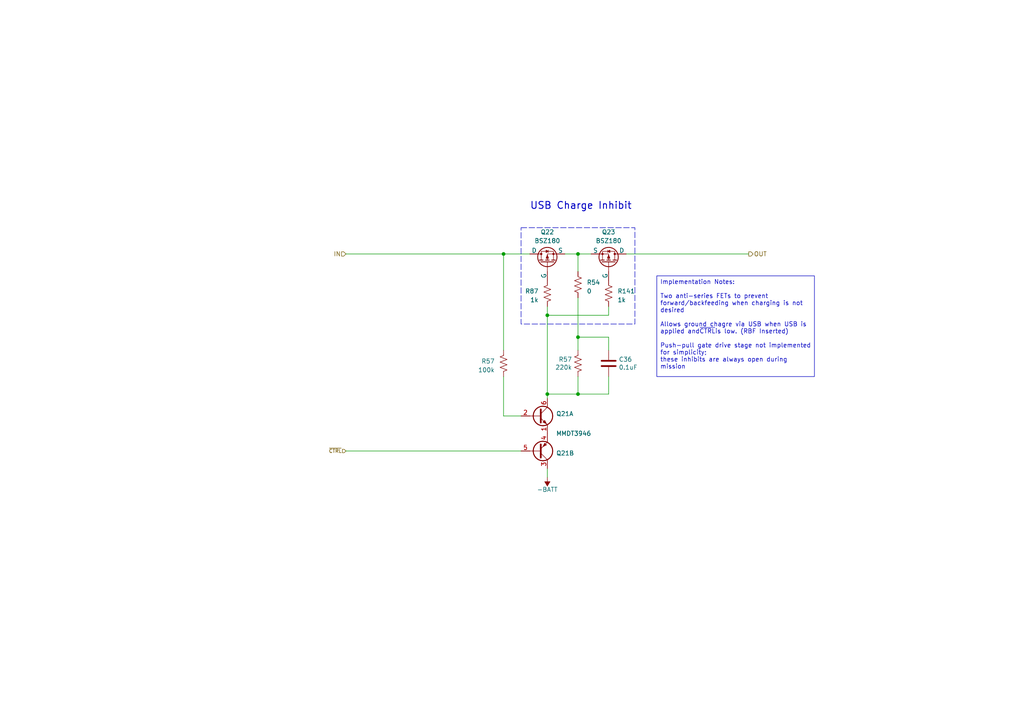
<source format=kicad_sch>
(kicad_sch (version 20230121) (generator eeschema)
  (paper "A4")
  (lib_symbols
    (symbol "Device:C" (pin_numbers hide) (pin_names (offset 0.254))
      (property "Reference" "C" (at 0.635 2.54 0))
      (property "Value" "C" (at 0.635 -2.54 0))
      (symbol "C_0_1"
        (polyline (pts (xy -2.032 -0.762) (xy 2.032 -0.762)) (stroke (width 0.508)))
        (polyline (pts (xy -2.032 0.762) (xy 2.032 0.762)) (stroke (width 0.508)))
      )
      (symbol "C_1_1"
        (pin passive line (at 0 3.81 270) (length 2.794) (name "~") (number "1"))
        (pin passive line (at 0 -3.81 90) (length 2.794) (name "~") (number "2"))
      )
    )
    (symbol "Device:R_US" (pin_numbers hide) (pin_names (offset 0))
      (property "Reference" "R" (at 2.54 0 90))
      (property "Value" "R_US" (at -2.54 0 90))
      (symbol "R_US_0_1"
        (polyline (pts (xy 0 -2.286) (xy 0 -2.54)))
        (polyline (pts (xy 0 2.286) (xy 0 2.54)))
        (polyline (pts (xy 0 -0.762) (xy 1.016 -1.143) (xy 0 -1.524) (xy -1.016 -1.905) (xy 0 -2.286)))
        (polyline (pts (xy 0 0.762) (xy 1.016 0.381) (xy 0 0) (xy -1.016 -0.381) (xy 0 -0.762)))
        (polyline (pts (xy 0 2.286) (xy 1.016 1.905) (xy 0 1.524) (xy -1.016 1.143) (xy 0 0.762)))
      )
      (symbol "R_US_1_1"
        (pin passive line (at 0 3.81 270) (length 1.27) (name "~") (number "1"))
        (pin passive line (at 0 -3.81 90) (length 1.27) (name "~") (number "2"))
      )
    )
    (symbol "SierraLobo:BSZ086" (pin_numbers hide) (pin_names (offset 0))
      (property "Reference" "Q" (at 3.556 0 0))
      (property "Value" "BSZ180P03NS3GATMA1" (at 13.716 -2.032 0))
      (symbol "BSZ086_0_1"
        (circle (center -0.889 0) (radius 2.794) (stroke (width 0.254)))
        (circle (center 0 -1.778) (radius 0.254) (fill (type outline)))
        (polyline (pts (xy -2.286 0) (xy -5.08 0)))
        (polyline (pts (xy -2.286 1.905) (xy -2.286 -1.905)) (stroke (width 0.254)))
        (polyline (pts (xy -1.778 -1.27) (xy -1.778 -2.286)) (stroke (width 0.254)))
        (polyline (pts (xy -1.778 0.508) (xy -1.778 -0.508)) (stroke (width 0.254)))
        (polyline (pts (xy -1.778 2.286) (xy -1.778 1.27)) (stroke (width 0.254)))
        (polyline (pts (xy 0 2.54) (xy 0 1.778)))
        (polyline (pts (xy 0 -2.54) (xy 0 0) (xy -1.778 0)))
        (polyline (pts (xy -1.778 -1.778) (xy 0.762 -1.778) (xy 0.762 1.778) (xy -1.778 1.778)))
        (polyline (pts (xy -0.254 0) (xy -1.27 -0.381) (xy -1.27 0.381) (xy -0.254 0)) (fill (type outline)))
        (polyline (pts (xy 1.143 -0.254) (xy 1.143 -0.254) (xy 0.381 -0.254) (xy 0.381 -0.254)))
        (circle (center 0 1.778) (radius 0.254) (fill (type outline)))
      )
      (symbol "BSZ086_1_1"
        (polyline (pts (xy 0.762 -0.254) (xy 1.143 0.381) (xy 0.381 0.381) (xy 0.762 -0.254)) (fill (type outline)))
        (pin passive line (at 0 -5.08 90) (length 2.54) (name "S") (number "1"))
        (pin input line (at -7.62 0 0) (length 2.54) (name "G") (number "4"))
        (pin passive line (at 0 5.08 270) (length 2.54) (name "D") (number "5"))
      )
    )
    (symbol "Transistor_BJT:MMDT3946" (pin_names (offset 0) hide)
      (property "Reference" "Q" (at 5.08 1.27 0))
      (property "Value" "MMDT3946" (at 5.08 -1.27 0))
      (symbol "MMDT3946_0_1"
        (polyline (pts (xy 0.635 0) (xy -2.54 0)))
        (circle (center 1.27 0) (radius 2.8194) (stroke (width 0.254)))
        (circle (center 1.27 0) (radius 2.8194) (stroke (width 0.254)))
      )
      (symbol "MMDT3946_1_1"
        (polyline (pts (xy 0.635 0.635) (xy 2.54 2.54)))
        (polyline (pts (xy 0.635 -0.635) (xy 2.54 -2.54) (xy 2.54 -2.54)))
        (polyline (pts (xy 0.635 1.905) (xy 0.635 -1.905) (xy 0.635 -1.905)) (stroke (width 0.508)))
        (polyline (pts (xy 1.27 -1.778) (xy 1.778 -1.27) (xy 2.286 -2.286) (xy 1.27 -1.778) (xy 1.27 -1.778)) (fill (type outline)))
        (pin passive line (at 2.54 -5.08 90) (length 2.54) (name "E1") (number "1"))
        (pin input line (at -5.08 0 0) (length 2.54) (name "B1") (number "2"))
        (pin passive line (at 2.54 5.08 270) (length 2.54) (name "C1") (number "6"))
      )
      (symbol "MMDT3946_2_1"
        (polyline (pts (xy 0.635 0.635) (xy 2.54 2.54)))
        (polyline (pts (xy 0.635 -0.635) (xy 2.54 -2.54) (xy 2.54 -2.54)))
        (polyline (pts (xy 0.635 1.905) (xy 0.635 -1.905) (xy 0.635 -1.905)) (stroke (width 0.508)))
        (polyline (pts (xy 2.286 -1.778) (xy 1.778 -2.286) (xy 1.27 -1.27) (xy 2.286 -1.778) (xy 2.286 -1.778)) (fill (type outline)))
        (pin passive line (at 2.54 5.08 270) (length 2.54) (name "C2") (number "3"))
        (pin passive line (at 2.54 -5.08 90) (length 2.54) (name "E2") (number "4"))
        (pin input line (at -5.08 0 0) (length 2.54) (name "B2") (number "5"))
      )
    )
    (symbol "power:-BATT" (power) (pin_names (offset 0))
      (property "Value" "-BATT" (at 0 3.556 0))
      (symbol "-BATT_0_1"
        (polyline (pts (xy 0 0) (xy 0 2.54)))
        (polyline (pts (xy 0.762 1.27) (xy -0.762 1.27) (xy 0 2.54) (xy 0.762 1.27)) (fill (type outline)))
      )
      (symbol "-BATT_1_1"
        (pin power_in line (at 0 0 90) (length 0) hide (name "-BATT") (number "1"))
      )
    )
  )
  (junction (at 158.75 114.3))
  (junction (at 167.64 97.79))
  (junction (at 158.75 91.44))
  (junction (at 167.64 73.66))
  (junction (at 146.05 73.66))
  (junction (at 167.64 114.3))
  (wire (pts (xy 167.64 73.66) (xy 171.45 73.66)))
  (wire (pts (xy 158.75 88.9) (xy 158.75 91.44)))
  (wire (pts (xy 167.64 97.79) (xy 176.53 97.79)))
  (wire (pts (xy 146.05 73.66) (xy 153.67 73.66)))
  (wire (pts (xy 146.05 120.65) (xy 151.13 120.65)))
  (wire (pts (xy 146.05 109.22) (xy 146.05 120.65)))
  (wire (pts (xy 158.75 114.3) (xy 167.64 114.3)))
  (wire (pts (xy 158.75 114.3) (xy 158.75 115.57)))
  (wire (pts (xy 167.64 97.79) (xy 167.64 101.6)))
  (wire (pts (xy 158.75 91.44) (xy 176.53 91.44)))
  (wire (pts (xy 100.33 130.81) (xy 151.13 130.81)))
  (wire (pts (xy 176.53 97.79) (xy 176.53 101.6)))
  (wire (pts (xy 146.05 73.66) (xy 146.05 101.6)))
  (wire (pts (xy 181.61 73.66) (xy 217.17 73.66)))
  (wire (pts (xy 158.75 135.89) (xy 158.75 138.43)))
  (wire (pts (xy 158.75 91.44) (xy 158.75 114.3)))
  (wire (pts (xy 176.53 91.44) (xy 176.53 88.9)))
  (wire (pts (xy 167.64 109.22) (xy 167.64 114.3)))
  (wire (pts (xy 176.53 109.22) (xy 176.53 114.3)))
  (wire (pts (xy 167.64 97.79) (xy 167.64 86.36)))
  (wire (pts (xy 163.83 73.66) (xy 167.64 73.66)))
  (wire (pts (xy 176.53 114.3) (xy 167.64 114.3)))
  (wire (pts (xy 100.33 73.66) (xy 146.05 73.66)))
  (wire (pts (xy 167.64 73.66) (xy 167.64 78.74)))
  (rectangle (start 151.13 66.04) (end 184.15 93.98) (stroke (width 0) (type dash)))
  (text_box "Implementation Notes:\n\nTwo anti-series FETs to prevent forward/backfeeding when charging is not desired\n\nAllows ground chagre via USB when USB is applied and~{CTRL}is low. (RBF Inserted)\n\nPush-pull gate drive stage not implemented for simplicity;\nthese inhibits are always open during mission" (at 190.5 80.01 0) (size 45.72 29.21) (effects (font (size 1.27 1.27)) (justify left top)))
  (text "USB Charge Inhibit" (at 153.67 60.96 0) (effects (font (size 2.032 2.032) (thickness 0.254) bold) (justify left bottom)))
  (hierarchical_label "IN" (shape input) (at 100.33 73.66 180))
  (hierarchical_label "~{CTRL}" (shape input) (at 100.33 130.81 180) (effects (font (size 1.016 1.016))))
  (hierarchical_label "OUT" (shape output) (at 217.17 73.66 0))
  (symbol (lib_id "SierraLobo:BSZ086") (at 158.75 73.66 90) (unit 1)
    (property "Reference" "Q22" (at 158.75 67.31 90))
    (property "Value" "BSZ180" (at 158.75 69.85 90))
    (property "Footprint" "SierraLobo:PG-TSDSON-8_3.3x3.3mm" (effects hide))
    (property "Datasheet" "https://www.infineon.com/dgdl/Infineon-BSZ180P03NS3_G-DS-v02_01-en.pdf?fileId=db3a304326dfb13001271f04398f4ec1" (effects hide))
    (property "Mfr. Part No" "BSZ180P03NS3GATMA1" (effects hide))
    (property "Manufacturer" "Infineon" (effects hide))
    (property "Description" "MOSFET P-CH 30V 9A/39.6A TSDSON" (effects hide))
    (instances (project "mainboard" (path "" (reference "Q22") (unit 1)) (path "" (reference "Q41") (unit 1)) (path "" (reference "Q75") (unit 1)) (path "" (reference "Q11") (unit 1)) (path "" (reference "Q13") (unit 1))))
  )
  (symbol (lib_id "power:-BATT") (at 158.75 138.43 0) (mirror x) (unit 1)
    (property "Reference" "#PWR0101" (effects hide))
    (property "Value" "-BATT" (at 158.75 141.986 0))
    (instances (project "mainboard" (path "" (reference "#PWR0101") (unit 1)) (path "" (reference "#PWR0130") (unit 1)) (path "" (reference "#PWR0133") (unit 1)) (path "" (reference "#PWR0192") (unit 1)) (path "" (reference "#PWR0107") (unit 1)) (path "" (reference "#PWR0196") (unit 1))))
  )
  (symbol (lib_id "Device:R_US") (at 176.53 85.09 180) (unit 1)
    (property "Reference" "R141" (at 179.07 84.455 0) (effects (justify right)))
    (property "Value" "1k" (at 179.07 86.995 0) (effects (justify right)))
    (property "Footprint" "Resistor_SMD:R_0402_1005Metric" (effects hide))
    (property "Mfr. Part No" "ERJ-2GEJ102X" (effects hide))
    (property "Manufacturer" "Panasonic" (effects hide))
    (property "Description" "RES SMD 1K OHM 5% 1/10W 0402" (effects hide))
    (instances (project "mainboard" (path "" (reference "R141") (unit 1)) (path "" (reference "R154") (unit 1)) (path "" (reference "R278") (unit 1)) (path "" (reference "R93") (unit 1)) (path "" (reference "R91") (unit 1))))
  )
  (symbol (lib_id "Transistor_BJT:MMDT3946") (at 156.21 120.65 0) (unit 1)
    (property "Reference" "Q21" (at 161.29 120.015 0) (effects (justify left)))
    (property "Value" "MMDT3946" (at 161.29 125.73 0) (effects (justify left)))
    (property "Footprint" "Package_TO_SOT_SMD:SOT-363_SC-70-6" (effects hide))
    (property "Datasheet" "http://www.diodes.com/_files/datasheets/ds30123.pdf" (effects hide))
    (property "Mfr. Part No" "MMDT3946-7-F" (effects hide))
    (property "Manufacturer" "Diodes Incorporated" (effects hide))
    (property "Description" "TRANS NPN/PNP 40V 0.2A SOT363" (effects hide))
    (instances (project "mainboard" (path "" (reference "Q21") (unit 1)) (path "" (reference "Q44") (unit 1)) (path "" (reference "Q76") (unit 1)) (path "" (reference "Q13") (unit 1)) (path "" (reference "Q16") (unit 1))))
  )
  (symbol (lib_id "Device:R_US") (at 158.75 85.09 0) (mirror x) (unit 1)
    (property "Reference" "R87" (at 156.21 84.455 0) (effects (justify right)))
    (property "Value" "1k" (at 156.21 86.995 0) (effects (justify right)))
    (property "Footprint" "Resistor_SMD:R_0402_1005Metric" (effects hide))
    (property "Mfr. Part No" "ERJ-2GEJ102X" (effects hide))
    (property "Manufacturer" "Panasonic" (effects hide))
    (property "Description" "RES SMD 1K OHM 5% 1/10W 0402" (effects hide))
    (instances (project "mainboard" (path "" (reference "R87") (unit 1)) (path "" (reference "R142") (unit 1)) (path "" (reference "R277") (unit 1)) (path "" (reference "R92") (unit 1)) (path "" (reference "R84") (unit 1))))
  )
  (symbol (lib_id "Device:R_US") (at 146.05 105.41 0) (mirror x) (unit 1)
    (property "Reference" "R57" (at 143.51 104.775 0) (effects (justify right)))
    (property "Value" "100k" (at 143.51 107.315 0) (effects (justify right)))
    (property "Footprint" "Resistor_SMD:R_0402_1005Metric" (effects hide))
    (property "Mfr. Part No" "RMCF0402FT100K" (effects hide))
    (property "Manufacturer" "Stackpole Electronics" (effects hide))
    (property "Description" "RES 100K OHM 1% 1/16W 0402" (effects hide))
    (instances (project "mainboard" (path "" (reference "R57") (unit 1)) (path "" (reference "R159") (unit 1)) (path "" (reference "R280") (unit 1)) (path "" (reference "R94") (unit 1)) (path "" (reference "R93") (unit 1))))
  )
  (symbol (lib_id "Device:C") (at 176.53 105.41 0) (unit 1)
    (property "Reference" "C36" (at 179.451 104.2416 0) (effects (justify left)))
    (property "Value" "0.1uF" (at 179.451 106.553 0) (effects (justify left)))
    (property "Footprint" "Capacitor_SMD:C_0402_1005Metric" (effects hide))
    (property "Mfr. Part No" "CGA2B3X7R1H104K050BE" (effects hide))
    (property "Manufacturer" "TDK" (effects hide))
    (property "Description" "CAP CER 0.1UF 50V X7R 0402" (effects hide))
    (instances (project "mainboard" (path "" (reference "C36") (unit 1)) (path "" (reference "C99") (unit 1)) (path "" (reference "C135") (unit 1)) (path "" (reference "C136") (unit 1)) (path "" (reference "C56") (unit 1)) (path "" (reference "C72") (unit 1))))
  )
  (symbol (lib_id "SierraLobo:BSZ086") (at 176.53 73.66 270) (mirror x) (unit 1)
    (property "Reference" "Q23" (at 176.53 67.31 90))
    (property "Value" "BSZ180" (at 176.53 69.85 90))
    (property "Footprint" "SierraLobo:PG-TSDSON-8_3.3x3.3mm" (effects hide))
    (property "Datasheet" "https://www.infineon.com/dgdl/Infineon-BSZ180P03NS3_G-DS-v02_01-en.pdf?fileId=db3a304326dfb13001271f04398f4ec1" (effects hide))
    (property "Mfr. Part No" "BSZ180P03NS3GATMA1" (effects hide))
    (property "Manufacturer" "Infineon" (effects hide))
    (property "Description" "MOSFET P-CH 30V 9A/39.6A TSDSON" (effects hide))
    (instances (project "mainboard" (path "" (reference "Q23") (unit 1)) (path "" (reference "Q40") (unit 1)) (path "" (reference "Q64") (unit 1)) (path "" (reference "Q12") (unit 1)) (path "" (reference "Q15") (unit 1))))
  )
  (symbol (lib_id "Device:R_US") (at 167.64 82.55 180) (unit 1)
    (property "Reference" "R54" (at 170.18 81.915 0) (effects (justify right)))
    (property "Value" "0" (at 170.18 84.455 0) (effects (justify right)))
    (property "Footprint" "Resistor_SMD:R_0603_1608Metric" (effects hide))
    (property "Manufacturer" "Stackpole Electronics" (effects hide))
    (property "Mfr. Part No" "RMCF0603ZT0R00" (effects hide))
    (property "Description" "RES 0 OHM JUMPER 1/10W 0603" (effects hide))
    (instances (project "mainboard" (path "" (reference "R54") (unit 1)) (path "" (reference "R158") (unit 1)) (path "" (reference "R279") (unit 1)) (path "" (reference "R91") (unit 1)) (path "" (reference "R83") (unit 1))))
  )
  (symbol (lib_id "Device:R_US") (at 167.64 105.41 0) (mirror y) (unit 1)
    (property "Reference" "R57" (at 165.9128 104.2416 0) (effects (justify left)))
    (property "Value" "220k" (at 165.9128 106.553 0) (effects (justify left)))
    (property "Footprint" "Resistor_SMD:R_0402_1005Metric" (effects hide))
    (property "Mfr. Part No" "RMCF0402FT220K" (effects hide))
    (property "Manufacturer" "Stackpole Electronics" (effects hide))
    (property "Description" "RES 220K OHM 1% 1/16W 0402" (effects hide))
    (instances (project "mainboard" (path "" (reference "R57") (unit 1)) (path "" (reference "R159") (unit 1)) (path "" (reference "R280") (unit 1)) (path "" (reference "R95") (unit 1)) (path "" (reference "R92") (unit 1))))
  )
  (symbol (lib_id "Transistor_BJT:MMDT3946") (at 156.21 130.81 0) (mirror x) (unit 2)
    (property "Reference" "Q21" (at 161.29 131.445 0) (effects (justify left)))
    (property "Value" "MMDT3946" (effects hide))
    (property "Footprint" "Package_TO_SOT_SMD:SOT-363_SC-70-6" (effects hide))
    (property "Datasheet" "http://www.diodes.com/_files/datasheets/ds30123.pdf" (effects hide))
    (property "Mfr. Part No" "MMDT3946-7-F" (effects hide))
    (property "Manufacturer" "Diodes Incorporated" (effects hide))
    (property "Description" "TRANS NPN/PNP 40V 0.2A SOT363" (effects hide))
    (instances (project "mainboard" (path "" (reference "Q21") (unit 2)) (path "" (reference "Q44") (unit 2)) (path "" (reference "Q76") (unit 2)) (path "" (reference "Q13") (unit 2)) (path "" (reference "Q16") (unit 2))))
  )
)
</source>
